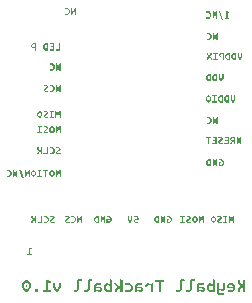
<source format=gbr>
%TF.GenerationSoftware,KiCad,Pcbnew,9.0.5*%
%TF.CreationDate,2025-11-21T21:53:36+01:00*%
%TF.ProjectId,keyballTrackballPCB,6b657962-616c-46c5-9472-61636b62616c,1.0*%
%TF.SameCoordinates,Original*%
%TF.FileFunction,Legend,Bot*%
%TF.FilePolarity,Positive*%
%FSLAX46Y46*%
G04 Gerber Fmt 4.6, Leading zero omitted, Abs format (unit mm)*
G04 Created by KiCad (PCBNEW 9.0.5) date 2025-11-21 21:53:36*
%MOMM*%
%LPD*%
G01*
G04 APERTURE LIST*
%ADD10C,0.100000*%
G04 APERTURE END LIST*
D10*
G36*
X104027433Y-104330000D02*
G01*
X103827948Y-104330000D01*
X103827948Y-104099373D01*
X104032318Y-103804328D01*
X103827948Y-103537065D01*
X103827948Y-103306133D01*
X104013450Y-103306133D01*
X104013450Y-103505497D01*
X104182161Y-103739909D01*
X104307458Y-103739909D01*
X104307458Y-103306133D01*
X104494303Y-103306133D01*
X104494303Y-104330000D01*
X104307458Y-104330000D01*
X104307458Y-103891828D01*
X104197548Y-103891828D01*
X104027433Y-104149870D01*
X104027433Y-104330000D01*
G37*
G36*
X103632370Y-103841209D02*
G01*
X103632370Y-104081238D01*
X103408400Y-104330000D01*
X103010101Y-104330000D01*
X102991905Y-104190048D01*
X103322976Y-104190048D01*
X103462988Y-104047777D01*
X103462988Y-104001737D01*
X103044417Y-104001737D01*
X102961069Y-103920587D01*
X102961069Y-103768058D01*
X103109508Y-103768058D01*
X103109508Y-103843346D01*
X103154998Y-103890484D01*
X103462988Y-103890484D01*
X103462988Y-103884134D01*
X103339096Y-103722323D01*
X103157807Y-103722323D01*
X103109508Y-103768058D01*
X102961069Y-103768058D01*
X102961069Y-103733620D01*
X103094059Y-103591409D01*
X103419574Y-103591409D01*
X103632370Y-103841209D01*
G37*
G36*
X102672435Y-104611367D02*
G01*
X102284638Y-104611367D01*
X102100540Y-104395029D01*
X102100540Y-103591409D01*
X102279021Y-103591409D01*
X102279021Y-104052112D01*
X102502320Y-104096992D01*
X102589148Y-104015659D01*
X102589148Y-103591409D01*
X102769705Y-103591409D01*
X102769705Y-104057058D01*
X102566739Y-104255444D01*
X102279021Y-104167090D01*
X102279021Y-104339586D01*
X102379160Y-104452487D01*
X102700401Y-104452487D01*
X102672435Y-104611367D01*
G37*
G36*
X101898002Y-103290502D02*
G01*
X101898002Y-104330000D01*
X101448595Y-104330000D01*
X101216870Y-104110303D01*
X101216870Y-103822768D01*
X101397487Y-103822768D01*
X101397487Y-104052906D01*
X101527669Y-104185102D01*
X101724406Y-104185102D01*
X101724406Y-103791994D01*
X101489200Y-103744427D01*
X101397487Y-103822768D01*
X101216870Y-103822768D01*
X101216870Y-103776606D01*
X101431803Y-103575778D01*
X101715308Y-103666025D01*
X101715308Y-103259239D01*
X101898002Y-103290502D01*
G37*
G36*
X100969513Y-103732826D02*
G01*
X100600645Y-103732826D01*
X100536959Y-103793215D01*
X100536959Y-103893660D01*
X100888302Y-103893660D01*
X101060554Y-104014071D01*
X101060554Y-104191636D01*
X100872243Y-104345631D01*
X100521510Y-104251231D01*
X100490736Y-104330000D01*
X100358417Y-104330000D01*
X100358417Y-104149809D01*
X100536959Y-104149809D01*
X100805015Y-104212763D01*
X100897400Y-104122515D01*
X100897400Y-104060233D01*
X100818326Y-104005645D01*
X100536959Y-104005645D01*
X100536959Y-104149809D01*
X100358417Y-104149809D01*
X100358417Y-103753892D01*
X100512412Y-103591409D01*
X100951317Y-103591409D01*
X100969513Y-103732826D01*
G37*
G36*
X99792568Y-104330000D02*
G01*
X99497156Y-104330000D01*
X99478288Y-104166235D01*
X99700183Y-104166235D01*
X99798185Y-104053700D01*
X99798185Y-103374766D01*
X99898996Y-103259239D01*
X100196484Y-103259239D01*
X100215352Y-103422393D01*
X99976666Y-103422393D01*
X99976666Y-104113784D01*
X99792568Y-104330000D01*
G37*
G36*
X98925017Y-104330000D02*
G01*
X98629605Y-104330000D01*
X98610737Y-104166235D01*
X98832632Y-104166235D01*
X98930635Y-104053700D01*
X98930635Y-103374766D01*
X99031446Y-103259239D01*
X99328934Y-103259239D01*
X99347801Y-103422393D01*
X99109115Y-103422393D01*
X99109115Y-104113784D01*
X98925017Y-104330000D01*
G37*
G36*
X97336217Y-104330000D02*
G01*
X97152852Y-104330000D01*
X97152852Y-103458053D01*
X96853960Y-103458053D01*
X96867210Y-103306133D01*
X97621127Y-103306133D01*
X97633705Y-103458053D01*
X97336217Y-103458053D01*
X97336217Y-104330000D01*
G37*
G36*
X96198473Y-103916557D02*
G01*
X96017855Y-103890668D01*
X96018588Y-103752854D01*
X96207571Y-103575778D01*
X96514890Y-103686359D01*
X96553358Y-103591409D01*
X96688485Y-103591409D01*
X96688485Y-104330000D01*
X96507868Y-104330000D01*
X96507868Y-103783934D01*
X96269181Y-103736306D01*
X96198473Y-103808419D01*
X96198473Y-103916557D01*
G37*
G36*
X95764209Y-103732826D02*
G01*
X95395341Y-103732826D01*
X95331655Y-103793215D01*
X95331655Y-103893660D01*
X95682998Y-103893660D01*
X95855251Y-104014071D01*
X95855251Y-104191636D01*
X95666939Y-104345631D01*
X95316207Y-104251231D01*
X95285432Y-104330000D01*
X95153114Y-104330000D01*
X95153114Y-104149809D01*
X95331655Y-104149809D01*
X95599712Y-104212763D01*
X95692096Y-104122515D01*
X95692096Y-104060233D01*
X95613023Y-104005645D01*
X95331655Y-104005645D01*
X95331655Y-104149809D01*
X95153114Y-104149809D01*
X95153114Y-103753892D01*
X95307109Y-103591409D01*
X95746013Y-103591409D01*
X95764209Y-103732826D01*
G37*
G36*
X94748953Y-104330000D02*
G01*
X94317070Y-104330000D01*
X94291852Y-104176004D01*
X94677573Y-104176004D01*
X94803602Y-104034588D01*
X94803602Y-103886882D01*
X94677573Y-103745465D01*
X94291852Y-103745465D01*
X94317070Y-103591409D01*
X94748953Y-103591409D01*
X94972984Y-103840659D01*
X94972984Y-104080811D01*
X94748953Y-104330000D01*
G37*
G36*
X93599302Y-104330000D02*
G01*
X93404762Y-104330000D01*
X93404762Y-104181683D01*
X93651142Y-103922114D01*
X93381620Y-103591409D01*
X93573412Y-103591409D01*
X93792498Y-103867465D01*
X93901003Y-103867465D01*
X93901003Y-103259239D01*
X94083025Y-103290502D01*
X94083025Y-104330000D01*
X93901003Y-104330000D01*
X93901003Y-104009553D01*
X93797444Y-104009553D01*
X93599302Y-104213190D01*
X93599302Y-104330000D01*
G37*
G36*
X93222496Y-103290502D02*
G01*
X93222496Y-104330000D01*
X92773089Y-104330000D01*
X92541364Y-104110303D01*
X92541364Y-103822768D01*
X92721981Y-103822768D01*
X92721981Y-104052906D01*
X92852163Y-104185102D01*
X93048900Y-104185102D01*
X93048900Y-103791994D01*
X92813695Y-103744427D01*
X92721981Y-103822768D01*
X92541364Y-103822768D01*
X92541364Y-103776606D01*
X92756297Y-103575778D01*
X93039802Y-103666025D01*
X93039802Y-103259239D01*
X93222496Y-103290502D01*
G37*
G36*
X92294007Y-103732826D02*
G01*
X91925139Y-103732826D01*
X91861453Y-103793215D01*
X91861453Y-103893660D01*
X92212796Y-103893660D01*
X92385048Y-104014071D01*
X92385048Y-104191636D01*
X92196737Y-104345631D01*
X91846004Y-104251231D01*
X91815230Y-104330000D01*
X91682911Y-104330000D01*
X91682911Y-104149809D01*
X91861453Y-104149809D01*
X92129509Y-104212763D01*
X92221894Y-104122515D01*
X92221894Y-104060233D01*
X92142821Y-104005645D01*
X91861453Y-104005645D01*
X91861453Y-104149809D01*
X91682911Y-104149809D01*
X91682911Y-103753892D01*
X91836906Y-103591409D01*
X92275811Y-103591409D01*
X92294007Y-103732826D01*
G37*
G36*
X91117062Y-104330000D02*
G01*
X90821650Y-104330000D01*
X90802782Y-104166235D01*
X91024677Y-104166235D01*
X91122679Y-104053700D01*
X91122679Y-103374766D01*
X91223490Y-103259239D01*
X91520978Y-103259239D01*
X91539846Y-103422393D01*
X91301160Y-103422393D01*
X91301160Y-104113784D01*
X91117062Y-104330000D01*
G37*
G36*
X90249511Y-104330000D02*
G01*
X89954099Y-104330000D01*
X89935232Y-104166235D01*
X90157126Y-104166235D01*
X90255129Y-104053700D01*
X90255129Y-103374766D01*
X90355940Y-103259239D01*
X90653428Y-103259239D01*
X90672295Y-103422393D01*
X90433609Y-103422393D01*
X90433609Y-104113784D01*
X90249511Y-104330000D01*
G37*
G36*
X88641844Y-104330000D02*
G01*
X88458417Y-104330000D01*
X88223211Y-103904345D01*
X88223211Y-103591409D01*
X88401753Y-103591409D01*
X88401753Y-103872838D01*
X88548726Y-104177409D01*
X88695699Y-103872166D01*
X88695699Y-103591409D01*
X88877049Y-103591409D01*
X88877049Y-103904345D01*
X88641844Y-104330000D01*
G37*
G36*
X88008094Y-104330000D02*
G01*
X87340273Y-104330000D01*
X87340273Y-104178142D01*
X87580364Y-104178142D01*
X87580364Y-103306133D01*
X87725994Y-103306133D01*
X87991242Y-103388260D01*
X87991242Y-103550315D01*
X87763790Y-103482233D01*
X87763790Y-104178142D01*
X88008094Y-104178142D01*
X88008094Y-104330000D01*
G37*
G36*
X86945943Y-104330000D02*
G01*
X86689000Y-104330000D01*
X86689000Y-104073117D01*
X86945943Y-104073117D01*
X86945943Y-104330000D01*
G37*
G36*
X86020935Y-103904040D02*
G01*
X85883060Y-103904040D01*
X85883060Y-103729101D01*
X86020935Y-103729101D01*
X86020935Y-103904040D01*
G37*
G36*
X86322636Y-103676528D02*
G01*
X86322636Y-103956247D01*
X86063677Y-104330000D01*
X85841782Y-104330000D01*
X85582091Y-103956247D01*
X85582091Y-103736795D01*
X85763381Y-103736795D01*
X85763381Y-103895675D01*
X85924337Y-104159213D01*
X85980329Y-104159213D01*
X86141346Y-103895675D01*
X86141346Y-103736795D01*
X85978253Y-103476981D01*
X85922932Y-103476981D01*
X85763381Y-103736795D01*
X85582091Y-103736795D01*
X85582091Y-103676528D01*
X85836837Y-103306133D01*
X86063677Y-103306133D01*
X86322636Y-103676528D01*
G37*
G36*
X88834091Y-85598000D02*
G01*
X88731179Y-85598000D01*
X88731179Y-85207125D01*
X88726123Y-85207125D01*
X88521618Y-85598000D01*
X88445158Y-85598000D01*
X88445158Y-84983680D01*
X88548070Y-84983680D01*
X88548070Y-85372905D01*
X88553089Y-85372905D01*
X88754699Y-84983680D01*
X88834091Y-84983680D01*
X88834091Y-85598000D01*
G37*
G36*
X88191341Y-85598000D02*
G01*
X87926716Y-85598000D01*
X87912868Y-85498495D01*
X88133785Y-85498495D01*
X88232484Y-85338027D01*
X88232484Y-85242443D01*
X88133785Y-85083221D01*
X87912868Y-85083221D01*
X87926716Y-84983680D01*
X88191341Y-84983680D01*
X88341257Y-85205770D01*
X88341257Y-85374664D01*
X88191341Y-85598000D01*
G37*
G36*
X102506413Y-93698000D02*
G01*
X102303117Y-93698000D01*
X102223323Y-93612747D01*
X102223323Y-93358856D01*
X102416104Y-93358856D01*
X102416104Y-93442424D01*
X102314474Y-93442424D01*
X102314474Y-93565669D01*
X102348473Y-93598495D01*
X102449296Y-93598495D01*
X102553014Y-93438247D01*
X102553014Y-93342809D01*
X102455158Y-93183221D01*
X102250214Y-93183221D01*
X102261132Y-93083680D01*
X102511871Y-93083680D01*
X102661788Y-93306503D01*
X102661788Y-93474407D01*
X102506413Y-93698000D01*
G37*
G36*
X102113560Y-93698000D02*
G01*
X102010648Y-93698000D01*
X102010648Y-93307125D01*
X102005593Y-93307125D01*
X101801088Y-93698000D01*
X101724628Y-93698000D01*
X101724628Y-93083680D01*
X101827540Y-93083680D01*
X101827540Y-93472905D01*
X101832559Y-93472905D01*
X102034169Y-93083680D01*
X102113560Y-93083680D01*
X102113560Y-93698000D01*
G37*
G36*
X101593030Y-93698000D02*
G01*
X101326317Y-93698000D01*
X101176400Y-93471293D01*
X101176400Y-93339072D01*
X101285174Y-93339072D01*
X101285174Y-93435060D01*
X101383030Y-93598495D01*
X101483414Y-93598495D01*
X101483414Y-93183221D01*
X101383030Y-93183221D01*
X101285174Y-93339072D01*
X101176400Y-93339072D01*
X101176400Y-93302839D01*
X101326317Y-93083680D01*
X101593030Y-93083680D01*
X101593030Y-93698000D01*
G37*
G36*
X102134091Y-90098000D02*
G01*
X102031179Y-90098000D01*
X102031179Y-89707125D01*
X102026123Y-89707125D01*
X101821618Y-90098000D01*
X101745158Y-90098000D01*
X101745158Y-89483680D01*
X101848070Y-89483680D01*
X101848070Y-89872905D01*
X101853089Y-89872905D01*
X102054699Y-89483680D01*
X102134091Y-89483680D01*
X102134091Y-90098000D01*
G37*
G36*
X101491341Y-90098000D02*
G01*
X101226716Y-90098000D01*
X101212868Y-89998495D01*
X101433785Y-89998495D01*
X101532484Y-89838027D01*
X101532484Y-89742443D01*
X101433785Y-89583221D01*
X101212868Y-89583221D01*
X101226716Y-89483680D01*
X101491341Y-89483680D01*
X101641257Y-89705770D01*
X101641257Y-89874664D01*
X101491341Y-90098000D01*
G37*
G36*
X90134091Y-80898000D02*
G01*
X90031179Y-80898000D01*
X90031179Y-80507125D01*
X90026123Y-80507125D01*
X89821618Y-80898000D01*
X89745158Y-80898000D01*
X89745158Y-80283680D01*
X89848070Y-80283680D01*
X89848070Y-80672905D01*
X89853089Y-80672905D01*
X90054699Y-80283680D01*
X90134091Y-80283680D01*
X90134091Y-80898000D01*
G37*
G36*
X89491341Y-80898000D02*
G01*
X89226716Y-80898000D01*
X89212868Y-80798495D01*
X89433785Y-80798495D01*
X89532484Y-80638027D01*
X89532484Y-80542443D01*
X89433785Y-80383221D01*
X89212868Y-80383221D01*
X89226716Y-80283680D01*
X89491341Y-80283680D01*
X89641257Y-80505770D01*
X89641257Y-80674664D01*
X89491341Y-80898000D01*
G37*
G36*
X98106413Y-98498000D02*
G01*
X97903117Y-98498000D01*
X97823323Y-98412747D01*
X97823323Y-98158856D01*
X98016104Y-98158856D01*
X98016104Y-98242424D01*
X97914474Y-98242424D01*
X97914474Y-98365669D01*
X97948473Y-98398495D01*
X98049296Y-98398495D01*
X98153014Y-98238247D01*
X98153014Y-98142809D01*
X98055158Y-97983221D01*
X97850214Y-97983221D01*
X97861132Y-97883680D01*
X98111871Y-97883680D01*
X98261788Y-98106503D01*
X98261788Y-98274407D01*
X98106413Y-98498000D01*
G37*
G36*
X97713560Y-98498000D02*
G01*
X97610648Y-98498000D01*
X97610648Y-98107125D01*
X97605593Y-98107125D01*
X97401088Y-98498000D01*
X97324628Y-98498000D01*
X97324628Y-97883680D01*
X97427540Y-97883680D01*
X97427540Y-98272905D01*
X97432559Y-98272905D01*
X97634169Y-97883680D01*
X97713560Y-97883680D01*
X97713560Y-98498000D01*
G37*
G36*
X97193030Y-98498000D02*
G01*
X96926317Y-98498000D01*
X96776400Y-98271293D01*
X96776400Y-98139072D01*
X96885174Y-98139072D01*
X96885174Y-98235060D01*
X96983030Y-98398495D01*
X97083414Y-98398495D01*
X97083414Y-97983221D01*
X96983030Y-97983221D01*
X96885174Y-98139072D01*
X96776400Y-98139072D01*
X96776400Y-98102839D01*
X96926317Y-97883680D01*
X97193030Y-97883680D01*
X97193030Y-98498000D01*
G37*
G36*
X88834091Y-87398000D02*
G01*
X88731179Y-87398000D01*
X88731179Y-87007125D01*
X88726123Y-87007125D01*
X88521618Y-87398000D01*
X88445158Y-87398000D01*
X88445158Y-86783680D01*
X88548070Y-86783680D01*
X88548070Y-87172905D01*
X88553089Y-87172905D01*
X88754699Y-86783680D01*
X88834091Y-86783680D01*
X88834091Y-87398000D01*
G37*
G36*
X88191341Y-87398000D02*
G01*
X87926716Y-87398000D01*
X87912868Y-87298495D01*
X88133785Y-87298495D01*
X88232484Y-87138027D01*
X88232484Y-87042443D01*
X88133785Y-86883221D01*
X87912868Y-86883221D01*
X87926716Y-86783680D01*
X88191341Y-86783680D01*
X88341257Y-87005770D01*
X88341257Y-87174664D01*
X88191341Y-87398000D01*
G37*
G36*
X87791345Y-87398000D02*
G01*
X87505727Y-87398000D01*
X87398639Y-87270248D01*
X87398639Y-87180123D01*
X87677955Y-86967448D01*
X87677955Y-86937993D01*
X87635530Y-86881572D01*
X87405783Y-86881572D01*
X87416700Y-86783680D01*
X87691364Y-86783680D01*
X87798489Y-86911431D01*
X87798489Y-87001557D01*
X87519173Y-87214231D01*
X87519173Y-87243724D01*
X87561598Y-87300144D01*
X87802665Y-87300144D01*
X87791345Y-87398000D01*
G37*
G36*
X103506816Y-88298000D02*
G01*
X103372433Y-88298000D01*
X103243913Y-87995896D01*
X103243913Y-87683680D01*
X103353089Y-87683680D01*
X103353089Y-87960138D01*
X103439624Y-88197469D01*
X103526123Y-87959699D01*
X103526123Y-87683680D01*
X103635336Y-87683680D01*
X103635336Y-87995896D01*
X103506816Y-88298000D01*
G37*
G36*
X103113560Y-88298000D02*
G01*
X102846847Y-88298000D01*
X102696931Y-88071293D01*
X102696931Y-87939072D01*
X102805704Y-87939072D01*
X102805704Y-88035060D01*
X102903560Y-88198495D01*
X103003944Y-88198495D01*
X103003944Y-87783221D01*
X102903560Y-87783221D01*
X102805704Y-87939072D01*
X102696931Y-87939072D01*
X102696931Y-87902839D01*
X102846847Y-87683680D01*
X103113560Y-87683680D01*
X103113560Y-88298000D01*
G37*
G36*
X102593030Y-88298000D02*
G01*
X102326317Y-88298000D01*
X102176400Y-88071293D01*
X102176400Y-87939072D01*
X102285174Y-87939072D01*
X102285174Y-88035060D01*
X102383030Y-88198495D01*
X102483414Y-88198495D01*
X102483414Y-87783221D01*
X102383030Y-87783221D01*
X102285174Y-87939072D01*
X102176400Y-87939072D01*
X102176400Y-87902839D01*
X102326317Y-87683680D01*
X102593030Y-87683680D01*
X102593030Y-88298000D01*
G37*
G36*
X102068286Y-88298000D02*
G01*
X101687780Y-88298000D01*
X101679354Y-88206885D01*
X101824288Y-88206885D01*
X101824288Y-87774831D01*
X101679354Y-87774831D01*
X101687780Y-87683680D01*
X102068286Y-87683680D01*
X102076676Y-87774831D01*
X101934307Y-87774831D01*
X101934307Y-88206885D01*
X102076676Y-88206885D01*
X102068286Y-88298000D01*
G37*
G36*
X101579666Y-87906210D02*
G01*
X101579666Y-88074261D01*
X101424291Y-88298000D01*
X101291154Y-88298000D01*
X101135340Y-88074261D01*
X101135340Y-87942443D01*
X101244113Y-87942443D01*
X101244113Y-88038027D01*
X101340687Y-88195527D01*
X101374282Y-88195527D01*
X101470893Y-88038027D01*
X101470893Y-87942443D01*
X101373037Y-87786189D01*
X101339844Y-87786189D01*
X101244113Y-87942443D01*
X101135340Y-87942443D01*
X101135340Y-87906210D01*
X101288187Y-87683680D01*
X101424291Y-87683680D01*
X101579666Y-87906210D01*
G37*
G36*
X102506816Y-86498000D02*
G01*
X102372433Y-86498000D01*
X102243913Y-86195896D01*
X102243913Y-85883680D01*
X102353089Y-85883680D01*
X102353089Y-86160138D01*
X102439624Y-86397469D01*
X102526123Y-86159699D01*
X102526123Y-85883680D01*
X102635336Y-85883680D01*
X102635336Y-86195896D01*
X102506816Y-86498000D01*
G37*
G36*
X102113560Y-86498000D02*
G01*
X101846847Y-86498000D01*
X101696931Y-86271293D01*
X101696931Y-86139072D01*
X101805704Y-86139072D01*
X101805704Y-86235060D01*
X101903560Y-86398495D01*
X102003944Y-86398495D01*
X102003944Y-85983221D01*
X101903560Y-85983221D01*
X101805704Y-86139072D01*
X101696931Y-86139072D01*
X101696931Y-86102839D01*
X101846847Y-85883680D01*
X102113560Y-85883680D01*
X102113560Y-86498000D01*
G37*
G36*
X101593030Y-86498000D02*
G01*
X101326317Y-86498000D01*
X101176400Y-86271293D01*
X101176400Y-86139072D01*
X101285174Y-86139072D01*
X101285174Y-86235060D01*
X101383030Y-86398495D01*
X101483414Y-86398495D01*
X101483414Y-85983221D01*
X101383030Y-85983221D01*
X101285174Y-86139072D01*
X101176400Y-86139072D01*
X101176400Y-86102839D01*
X101326317Y-85883680D01*
X101593030Y-85883680D01*
X101593030Y-86498000D01*
G37*
G36*
X88832405Y-92698000D02*
G01*
X88546788Y-92698000D01*
X88439699Y-92570248D01*
X88439699Y-92480123D01*
X88719016Y-92267448D01*
X88719016Y-92237993D01*
X88676591Y-92181572D01*
X88446844Y-92181572D01*
X88457761Y-92083680D01*
X88732424Y-92083680D01*
X88839549Y-92211431D01*
X88839549Y-92301557D01*
X88560233Y-92514231D01*
X88560233Y-92543724D01*
X88602658Y-92600144D01*
X88843726Y-92600144D01*
X88832405Y-92698000D01*
G37*
G36*
X88191341Y-92698000D02*
G01*
X87926716Y-92698000D01*
X87912868Y-92598495D01*
X88133785Y-92598495D01*
X88232484Y-92438027D01*
X88232484Y-92342443D01*
X88133785Y-92183221D01*
X87912868Y-92183221D01*
X87926716Y-92083680D01*
X88191341Y-92083680D01*
X88341257Y-92305770D01*
X88341257Y-92474664D01*
X88191341Y-92698000D01*
G37*
G36*
X87781673Y-92698000D02*
G01*
X87402412Y-92698000D01*
X87391092Y-92606885D01*
X87671653Y-92606885D01*
X87671653Y-92083680D01*
X87781673Y-92083680D01*
X87781673Y-92698000D01*
G37*
G36*
X86994869Y-92698000D02*
G01*
X86875177Y-92698000D01*
X86875177Y-92559624D01*
X86997800Y-92382596D01*
X86875177Y-92222239D01*
X86875177Y-92083680D01*
X86986479Y-92083680D01*
X86986479Y-92203298D01*
X87087705Y-92343945D01*
X87162883Y-92343945D01*
X87162883Y-92083680D01*
X87274991Y-92083680D01*
X87274991Y-92698000D01*
X87162883Y-92698000D01*
X87162883Y-92435096D01*
X87096938Y-92435096D01*
X86994869Y-92589922D01*
X86994869Y-92698000D01*
G37*
G36*
X88822733Y-83898000D02*
G01*
X88443473Y-83898000D01*
X88432152Y-83806885D01*
X88712714Y-83806885D01*
X88712714Y-83283680D01*
X88822733Y-83283680D01*
X88822733Y-83898000D01*
G37*
G36*
X88309347Y-83898000D02*
G01*
X87933860Y-83898000D01*
X87922943Y-83806885D01*
X88199731Y-83806885D01*
X88199731Y-83632825D01*
X87988888Y-83632825D01*
X87988888Y-83546290D01*
X88199731Y-83546290D01*
X88199731Y-83374831D01*
X87936828Y-83374831D01*
X87948148Y-83283680D01*
X88309347Y-83283680D01*
X88309347Y-83898000D01*
G37*
G36*
X87793030Y-83898000D02*
G01*
X87526317Y-83898000D01*
X87376400Y-83671293D01*
X87376400Y-83539072D01*
X87485174Y-83539072D01*
X87485174Y-83635060D01*
X87583030Y-83798495D01*
X87683414Y-83798495D01*
X87683414Y-83383221D01*
X87583030Y-83383221D01*
X87485174Y-83539072D01*
X87376400Y-83539072D01*
X87376400Y-83502839D01*
X87526317Y-83283680D01*
X87793030Y-83283680D01*
X87793030Y-83898000D01*
G37*
G36*
X87300636Y-84048758D02*
G01*
X86855430Y-84048758D01*
X86855430Y-83994133D01*
X87300636Y-83994133D01*
X87300636Y-84048758D01*
G37*
G36*
X86751969Y-83898000D02*
G01*
X86639825Y-83898000D01*
X86639825Y-83684043D01*
X86474778Y-83684043D01*
X86338271Y-83547206D01*
X86338271Y-83447921D01*
X86447044Y-83447921D01*
X86447044Y-83510020D01*
X86525153Y-83602563D01*
X86639825Y-83602563D01*
X86639825Y-83381975D01*
X86523907Y-83381975D01*
X86447044Y-83447921D01*
X86338271Y-83447921D01*
X86338271Y-83410295D01*
X86476427Y-83283680D01*
X86751969Y-83283680D01*
X86751969Y-83898000D01*
G37*
G36*
X103134933Y-81198000D02*
G01*
X102734241Y-81198000D01*
X102734241Y-81106885D01*
X102878295Y-81106885D01*
X102878295Y-80583680D01*
X102965673Y-80583680D01*
X103124822Y-80632956D01*
X103124822Y-80730189D01*
X102988351Y-80689339D01*
X102988351Y-81106885D01*
X103134933Y-81106885D01*
X103134933Y-81198000D01*
G37*
G36*
X102505190Y-81280908D02*
G01*
X102237231Y-80583680D01*
X102351060Y-80583680D01*
X102619422Y-81280908D01*
X102505190Y-81280908D01*
G37*
G36*
X102093030Y-81198000D02*
G01*
X101990118Y-81198000D01*
X101990118Y-80807125D01*
X101985062Y-80807125D01*
X101780558Y-81198000D01*
X101704098Y-81198000D01*
X101704098Y-80583680D01*
X101807009Y-80583680D01*
X101807009Y-80972905D01*
X101812028Y-80972905D01*
X102013639Y-80583680D01*
X102093030Y-80583680D01*
X102093030Y-81198000D01*
G37*
G36*
X101450280Y-81198000D02*
G01*
X101185655Y-81198000D01*
X101171807Y-81098495D01*
X101392725Y-81098495D01*
X101491423Y-80938027D01*
X101491423Y-80842443D01*
X101392725Y-80683221D01*
X101171807Y-80683221D01*
X101185655Y-80583680D01*
X101450280Y-80583680D01*
X101600197Y-80805770D01*
X101600197Y-80974664D01*
X101450280Y-81198000D01*
G37*
G36*
X90634091Y-98498000D02*
G01*
X90531179Y-98498000D01*
X90531179Y-98107125D01*
X90526123Y-98107125D01*
X90321618Y-98498000D01*
X90245158Y-98498000D01*
X90245158Y-97883680D01*
X90348070Y-97883680D01*
X90348070Y-98272905D01*
X90353089Y-98272905D01*
X90554699Y-97883680D01*
X90634091Y-97883680D01*
X90634091Y-98498000D01*
G37*
G36*
X89991341Y-98498000D02*
G01*
X89726716Y-98498000D01*
X89712868Y-98398495D01*
X89933785Y-98398495D01*
X90032484Y-98238027D01*
X90032484Y-98142443D01*
X89933785Y-97983221D01*
X89712868Y-97983221D01*
X89726716Y-97883680D01*
X89991341Y-97883680D01*
X90141257Y-98105770D01*
X90141257Y-98274664D01*
X89991341Y-98498000D01*
G37*
G36*
X89591345Y-98498000D02*
G01*
X89305727Y-98498000D01*
X89198639Y-98370248D01*
X89198639Y-98280123D01*
X89477955Y-98067448D01*
X89477955Y-98037993D01*
X89435530Y-97981572D01*
X89205783Y-97981572D01*
X89216700Y-97883680D01*
X89491364Y-97883680D01*
X89598489Y-98011431D01*
X89598489Y-98101557D01*
X89319173Y-98314231D01*
X89319173Y-98343724D01*
X89361598Y-98400144D01*
X89602665Y-98400144D01*
X89591345Y-98498000D01*
G37*
G36*
X100948782Y-98498000D02*
G01*
X100861404Y-98498000D01*
X100861404Y-98081040D01*
X100855945Y-98081040D01*
X100759774Y-98334345D01*
X100725336Y-98334345D01*
X100626235Y-98081040D01*
X100619494Y-98081040D01*
X100619494Y-98498000D01*
X100530467Y-98498000D01*
X100530467Y-97883680D01*
X100624549Y-97883680D01*
X100735851Y-98152555D01*
X100741713Y-98152555D01*
X100841693Y-97883680D01*
X100948782Y-97883680D01*
X100948782Y-98498000D01*
G37*
G36*
X100441257Y-98106210D02*
G01*
X100441257Y-98274261D01*
X100285882Y-98498000D01*
X100152745Y-98498000D01*
X99996931Y-98274261D01*
X99996931Y-98142443D01*
X100105704Y-98142443D01*
X100105704Y-98238027D01*
X100202278Y-98395527D01*
X100235874Y-98395527D01*
X100332484Y-98238027D01*
X100332484Y-98142443D01*
X100234628Y-97986189D01*
X100201435Y-97986189D01*
X100105704Y-98142443D01*
X99996931Y-98142443D01*
X99996931Y-98106210D01*
X100149778Y-97883680D01*
X100285882Y-97883680D01*
X100441257Y-98106210D01*
G37*
G36*
X99891345Y-98498000D02*
G01*
X99605727Y-98498000D01*
X99498639Y-98370248D01*
X99498639Y-98280123D01*
X99777955Y-98067448D01*
X99777955Y-98037993D01*
X99735530Y-97981572D01*
X99505783Y-97981572D01*
X99516700Y-97883680D01*
X99791364Y-97883680D01*
X99898489Y-98011431D01*
X99898489Y-98101557D01*
X99619173Y-98314231D01*
X99619173Y-98343724D01*
X99661598Y-98400144D01*
X99902665Y-98400144D01*
X99891345Y-98498000D01*
G37*
G36*
X99368286Y-98498000D02*
G01*
X98987780Y-98498000D01*
X98979354Y-98406885D01*
X99124288Y-98406885D01*
X99124288Y-97974831D01*
X98979354Y-97974831D01*
X98987780Y-97883680D01*
X99368286Y-97883680D01*
X99376676Y-97974831D01*
X99234307Y-97974831D01*
X99234307Y-98406885D01*
X99376676Y-98406885D01*
X99368286Y-98498000D01*
G37*
G36*
X95418557Y-98498000D02*
G01*
X95182911Y-98498000D01*
X95036329Y-98364277D01*
X95036329Y-98224985D01*
X95148473Y-98122000D01*
X95337480Y-98122000D01*
X95329933Y-97974831D01*
X95064063Y-97974831D01*
X95072452Y-97883680D01*
X95421488Y-97883680D01*
X95437021Y-98207253D01*
X95205186Y-98207253D01*
X95144296Y-98264259D01*
X95144296Y-98321668D01*
X95229952Y-98398495D01*
X95429474Y-98398495D01*
X95418557Y-98498000D01*
G37*
G36*
X94786285Y-98498000D02*
G01*
X94651903Y-98498000D01*
X94523382Y-98195896D01*
X94523382Y-97883680D01*
X94632559Y-97883680D01*
X94632559Y-98160138D01*
X94719094Y-98397469D01*
X94805593Y-98159699D01*
X94805593Y-97883680D01*
X94914806Y-97883680D01*
X94914806Y-98195896D01*
X94786285Y-98498000D01*
G37*
G36*
X104106816Y-84698000D02*
G01*
X103972433Y-84698000D01*
X103843913Y-84395896D01*
X103843913Y-84083680D01*
X103953089Y-84083680D01*
X103953089Y-84360138D01*
X104039624Y-84597469D01*
X104126123Y-84359699D01*
X104126123Y-84083680D01*
X104235336Y-84083680D01*
X104235336Y-84395896D01*
X104106816Y-84698000D01*
G37*
G36*
X103713560Y-84698000D02*
G01*
X103446847Y-84698000D01*
X103296931Y-84471293D01*
X103296931Y-84339072D01*
X103405704Y-84339072D01*
X103405704Y-84435060D01*
X103503560Y-84598495D01*
X103603944Y-84598495D01*
X103603944Y-84183221D01*
X103503560Y-84183221D01*
X103405704Y-84339072D01*
X103296931Y-84339072D01*
X103296931Y-84302839D01*
X103446847Y-84083680D01*
X103713560Y-84083680D01*
X103713560Y-84698000D01*
G37*
G36*
X103193030Y-84698000D02*
G01*
X102926317Y-84698000D01*
X102776400Y-84471293D01*
X102776400Y-84339072D01*
X102885174Y-84339072D01*
X102885174Y-84435060D01*
X102983030Y-84598495D01*
X103083414Y-84598495D01*
X103083414Y-84183221D01*
X102983030Y-84183221D01*
X102885174Y-84339072D01*
X102776400Y-84339072D01*
X102776400Y-84302839D01*
X102926317Y-84083680D01*
X103193030Y-84083680D01*
X103193030Y-84698000D01*
G37*
G36*
X102672500Y-84698000D02*
G01*
X102560355Y-84698000D01*
X102560355Y-84484043D01*
X102395308Y-84484043D01*
X102258801Y-84347206D01*
X102258801Y-84247921D01*
X102367575Y-84247921D01*
X102367575Y-84310020D01*
X102445683Y-84402563D01*
X102560355Y-84402563D01*
X102560355Y-84181975D01*
X102444438Y-84181975D01*
X102367575Y-84247921D01*
X102258801Y-84247921D01*
X102258801Y-84210295D01*
X102396957Y-84083680D01*
X102672500Y-84083680D01*
X102672500Y-84698000D01*
G37*
G36*
X102147756Y-84698000D02*
G01*
X101767250Y-84698000D01*
X101758824Y-84606885D01*
X101903757Y-84606885D01*
X101903757Y-84174831D01*
X101758824Y-84174831D01*
X101767250Y-84083680D01*
X102147756Y-84083680D01*
X102156146Y-84174831D01*
X102013777Y-84174831D01*
X102013777Y-84606885D01*
X102156146Y-84606885D01*
X102147756Y-84698000D01*
G37*
G36*
X101345418Y-84698000D02*
G01*
X101234117Y-84698000D01*
X101234117Y-84562115D01*
X101362198Y-84399669D01*
X101234117Y-84216633D01*
X101234117Y-84083680D01*
X101336186Y-84083680D01*
X101336186Y-84190145D01*
X101422684Y-84322696D01*
X101528527Y-84188460D01*
X101528527Y-84083680D01*
X101639829Y-84083680D01*
X101639829Y-84219601D01*
X101511711Y-84382010D01*
X101639829Y-84565046D01*
X101639829Y-84698000D01*
X101537759Y-84698000D01*
X101537759Y-84592413D01*
X101450821Y-84459020D01*
X101345418Y-84592413D01*
X101345418Y-84698000D01*
G37*
G36*
X88848782Y-89598000D02*
G01*
X88761404Y-89598000D01*
X88761404Y-89164627D01*
X88755945Y-89164627D01*
X88638782Y-89434345D01*
X88606871Y-89434345D01*
X88486741Y-89164627D01*
X88480036Y-89164627D01*
X88480036Y-89598000D01*
X88390973Y-89598000D01*
X88390973Y-88983680D01*
X88487986Y-88983680D01*
X88616104Y-89252152D01*
X88621966Y-89252152D01*
X88740008Y-88983680D01*
X88848782Y-88983680D01*
X88848782Y-89598000D01*
G37*
G36*
X88258093Y-89598000D02*
G01*
X87928841Y-89598000D01*
X87920415Y-89506885D01*
X88039703Y-89506885D01*
X88039703Y-89074831D01*
X87920415Y-89074831D01*
X87928841Y-88983680D01*
X88258093Y-88983680D01*
X88266519Y-89074831D01*
X88149759Y-89074831D01*
X88149759Y-89506885D01*
X88266519Y-89506885D01*
X88258093Y-89598000D01*
G37*
G36*
X87791345Y-89598000D02*
G01*
X87505727Y-89598000D01*
X87398639Y-89470248D01*
X87398639Y-89380123D01*
X87677955Y-89167448D01*
X87677955Y-89137993D01*
X87635530Y-89081572D01*
X87405783Y-89081572D01*
X87416700Y-88983680D01*
X87691364Y-88983680D01*
X87798489Y-89111431D01*
X87798489Y-89201557D01*
X87519173Y-89414231D01*
X87519173Y-89443724D01*
X87561598Y-89500144D01*
X87802665Y-89500144D01*
X87791345Y-89598000D01*
G37*
G36*
X87300197Y-89206210D02*
G01*
X87300197Y-89374261D01*
X87144822Y-89598000D01*
X87011685Y-89598000D01*
X86855870Y-89374261D01*
X86855870Y-89242443D01*
X86964644Y-89242443D01*
X86964644Y-89338027D01*
X87061217Y-89495527D01*
X87094813Y-89495527D01*
X87191423Y-89338027D01*
X87191423Y-89242443D01*
X87093567Y-89086189D01*
X87060375Y-89086189D01*
X86964644Y-89242443D01*
X86855870Y-89242443D01*
X86855870Y-89206210D01*
X87008717Y-88983680D01*
X87144822Y-88983680D01*
X87300197Y-89206210D01*
G37*
G36*
X93006413Y-98498000D02*
G01*
X92803117Y-98498000D01*
X92723323Y-98412747D01*
X92723323Y-98158856D01*
X92916104Y-98158856D01*
X92916104Y-98242424D01*
X92814474Y-98242424D01*
X92814474Y-98365669D01*
X92848473Y-98398495D01*
X92949296Y-98398495D01*
X93053014Y-98238247D01*
X93053014Y-98142809D01*
X92955158Y-97983221D01*
X92750214Y-97983221D01*
X92761132Y-97883680D01*
X93011871Y-97883680D01*
X93161788Y-98106503D01*
X93161788Y-98274407D01*
X93006413Y-98498000D01*
G37*
G36*
X92613560Y-98498000D02*
G01*
X92510648Y-98498000D01*
X92510648Y-98107125D01*
X92505593Y-98107125D01*
X92301088Y-98498000D01*
X92224628Y-98498000D01*
X92224628Y-97883680D01*
X92327540Y-97883680D01*
X92327540Y-98272905D01*
X92332559Y-98272905D01*
X92534169Y-97883680D01*
X92613560Y-97883680D01*
X92613560Y-98498000D01*
G37*
G36*
X92093030Y-98498000D02*
G01*
X91826317Y-98498000D01*
X91676400Y-98271293D01*
X91676400Y-98139072D01*
X91785174Y-98139072D01*
X91785174Y-98235060D01*
X91883030Y-98398495D01*
X91983414Y-98398495D01*
X91983414Y-97983221D01*
X91883030Y-97983221D01*
X91785174Y-98139072D01*
X91676400Y-98139072D01*
X91676400Y-98102839D01*
X91826317Y-97883680D01*
X92093030Y-97883680D01*
X92093030Y-98498000D01*
G37*
G36*
X102134091Y-82998000D02*
G01*
X102031179Y-82998000D01*
X102031179Y-82607125D01*
X102026123Y-82607125D01*
X101821618Y-82998000D01*
X101745158Y-82998000D01*
X101745158Y-82383680D01*
X101848070Y-82383680D01*
X101848070Y-82772905D01*
X101853089Y-82772905D01*
X102054699Y-82383680D01*
X102134091Y-82383680D01*
X102134091Y-82998000D01*
G37*
G36*
X101491341Y-82998000D02*
G01*
X101226716Y-82998000D01*
X101212868Y-82898495D01*
X101433785Y-82898495D01*
X101532484Y-82738027D01*
X101532484Y-82642443D01*
X101433785Y-82483221D01*
X101212868Y-82483221D01*
X101226716Y-82383680D01*
X101491341Y-82383680D01*
X101641257Y-82605770D01*
X101641257Y-82774664D01*
X101491341Y-82998000D01*
G37*
G36*
X86434933Y-101198000D02*
G01*
X86034241Y-101198000D01*
X86034241Y-101106885D01*
X86178295Y-101106885D01*
X86178295Y-100583680D01*
X86265673Y-100583680D01*
X86424822Y-100632956D01*
X86424822Y-100730189D01*
X86288351Y-100689339D01*
X86288351Y-101106885D01*
X86434933Y-101106885D01*
X86434933Y-101198000D01*
G37*
G36*
X88848782Y-90898000D02*
G01*
X88761404Y-90898000D01*
X88761404Y-90481040D01*
X88755945Y-90481040D01*
X88659774Y-90734345D01*
X88625336Y-90734345D01*
X88526235Y-90481040D01*
X88519494Y-90481040D01*
X88519494Y-90898000D01*
X88430467Y-90898000D01*
X88430467Y-90283680D01*
X88524549Y-90283680D01*
X88635851Y-90552555D01*
X88641713Y-90552555D01*
X88741693Y-90283680D01*
X88848782Y-90283680D01*
X88848782Y-90898000D01*
G37*
G36*
X88341257Y-90506210D02*
G01*
X88341257Y-90674261D01*
X88185882Y-90898000D01*
X88052745Y-90898000D01*
X87896931Y-90674261D01*
X87896931Y-90542443D01*
X88005704Y-90542443D01*
X88005704Y-90638027D01*
X88102278Y-90795527D01*
X88135874Y-90795527D01*
X88232484Y-90638027D01*
X88232484Y-90542443D01*
X88134628Y-90386189D01*
X88101435Y-90386189D01*
X88005704Y-90542443D01*
X87896931Y-90542443D01*
X87896931Y-90506210D01*
X88049778Y-90283680D01*
X88185882Y-90283680D01*
X88341257Y-90506210D01*
G37*
G36*
X87791345Y-90898000D02*
G01*
X87505727Y-90898000D01*
X87398639Y-90770248D01*
X87398639Y-90680123D01*
X87677955Y-90467448D01*
X87677955Y-90437993D01*
X87635530Y-90381572D01*
X87405783Y-90381572D01*
X87416700Y-90283680D01*
X87691364Y-90283680D01*
X87798489Y-90411431D01*
X87798489Y-90501557D01*
X87519173Y-90714231D01*
X87519173Y-90743724D01*
X87561598Y-90800144D01*
X87802665Y-90800144D01*
X87791345Y-90898000D01*
G37*
G36*
X87268286Y-90898000D02*
G01*
X86887780Y-90898000D01*
X86879354Y-90806885D01*
X87024288Y-90806885D01*
X87024288Y-90374831D01*
X86879354Y-90374831D01*
X86887780Y-90283680D01*
X87268286Y-90283680D01*
X87276676Y-90374831D01*
X87134307Y-90374831D01*
X87134307Y-90806885D01*
X87276676Y-90806885D01*
X87268286Y-90898000D01*
G37*
G36*
X88332405Y-98498000D02*
G01*
X88046788Y-98498000D01*
X87939699Y-98370248D01*
X87939699Y-98280123D01*
X88219016Y-98067448D01*
X88219016Y-98037993D01*
X88176591Y-97981572D01*
X87946844Y-97981572D01*
X87957761Y-97883680D01*
X88232424Y-97883680D01*
X88339549Y-98011431D01*
X88339549Y-98101557D01*
X88060233Y-98314231D01*
X88060233Y-98343724D01*
X88102658Y-98400144D01*
X88343726Y-98400144D01*
X88332405Y-98498000D01*
G37*
G36*
X87691341Y-98498000D02*
G01*
X87426716Y-98498000D01*
X87412868Y-98398495D01*
X87633785Y-98398495D01*
X87732484Y-98238027D01*
X87732484Y-98142443D01*
X87633785Y-97983221D01*
X87412868Y-97983221D01*
X87426716Y-97883680D01*
X87691341Y-97883680D01*
X87841257Y-98105770D01*
X87841257Y-98274664D01*
X87691341Y-98498000D01*
G37*
G36*
X87281673Y-98498000D02*
G01*
X86902412Y-98498000D01*
X86891092Y-98406885D01*
X87171653Y-98406885D01*
X87171653Y-97883680D01*
X87281673Y-97883680D01*
X87281673Y-98498000D01*
G37*
G36*
X86494869Y-98498000D02*
G01*
X86375177Y-98498000D01*
X86375177Y-98359624D01*
X86497800Y-98182596D01*
X86375177Y-98022239D01*
X86375177Y-97883680D01*
X86486479Y-97883680D01*
X86486479Y-98003298D01*
X86587705Y-98143945D01*
X86662883Y-98143945D01*
X86662883Y-97883680D01*
X86774991Y-97883680D01*
X86774991Y-98498000D01*
X86662883Y-98498000D01*
X86662883Y-98235096D01*
X86596938Y-98235096D01*
X86494869Y-98389922D01*
X86494869Y-98498000D01*
G37*
G36*
X103548782Y-98498000D02*
G01*
X103461404Y-98498000D01*
X103461404Y-98064627D01*
X103455945Y-98064627D01*
X103338782Y-98334345D01*
X103306871Y-98334345D01*
X103186741Y-98064627D01*
X103180036Y-98064627D01*
X103180036Y-98498000D01*
X103090973Y-98498000D01*
X103090973Y-97883680D01*
X103187986Y-97883680D01*
X103316104Y-98152152D01*
X103321966Y-98152152D01*
X103440008Y-97883680D01*
X103548782Y-97883680D01*
X103548782Y-98498000D01*
G37*
G36*
X102958093Y-98498000D02*
G01*
X102628841Y-98498000D01*
X102620415Y-98406885D01*
X102739703Y-98406885D01*
X102739703Y-97974831D01*
X102620415Y-97974831D01*
X102628841Y-97883680D01*
X102958093Y-97883680D01*
X102966519Y-97974831D01*
X102849759Y-97974831D01*
X102849759Y-98406885D01*
X102966519Y-98406885D01*
X102958093Y-98498000D01*
G37*
G36*
X102491345Y-98498000D02*
G01*
X102205727Y-98498000D01*
X102098639Y-98370248D01*
X102098639Y-98280123D01*
X102377955Y-98067448D01*
X102377955Y-98037993D01*
X102335530Y-97981572D01*
X102105783Y-97981572D01*
X102116700Y-97883680D01*
X102391364Y-97883680D01*
X102498489Y-98011431D01*
X102498489Y-98101557D01*
X102219173Y-98314231D01*
X102219173Y-98343724D01*
X102261598Y-98400144D01*
X102502665Y-98400144D01*
X102491345Y-98498000D01*
G37*
G36*
X102000197Y-98106210D02*
G01*
X102000197Y-98274261D01*
X101844822Y-98498000D01*
X101711685Y-98498000D01*
X101555870Y-98274261D01*
X101555870Y-98142443D01*
X101664644Y-98142443D01*
X101664644Y-98238027D01*
X101761217Y-98395527D01*
X101794813Y-98395527D01*
X101891423Y-98238027D01*
X101891423Y-98142443D01*
X101793567Y-97986189D01*
X101760375Y-97986189D01*
X101664644Y-98142443D01*
X101555870Y-98142443D01*
X101555870Y-98106210D01*
X101708717Y-97883680D01*
X101844822Y-97883680D01*
X102000197Y-98106210D01*
G37*
G36*
X88848782Y-94598000D02*
G01*
X88761404Y-94598000D01*
X88761404Y-94181040D01*
X88755945Y-94181040D01*
X88659774Y-94434345D01*
X88625336Y-94434345D01*
X88526235Y-94181040D01*
X88519494Y-94181040D01*
X88519494Y-94598000D01*
X88430467Y-94598000D01*
X88430467Y-93983680D01*
X88524549Y-93983680D01*
X88635851Y-94252555D01*
X88641713Y-94252555D01*
X88741693Y-93983680D01*
X88848782Y-93983680D01*
X88848782Y-94598000D01*
G37*
G36*
X88341257Y-94206210D02*
G01*
X88341257Y-94374261D01*
X88185882Y-94598000D01*
X88052745Y-94598000D01*
X87896931Y-94374261D01*
X87896931Y-94242443D01*
X88005704Y-94242443D01*
X88005704Y-94338027D01*
X88102278Y-94495527D01*
X88135874Y-94495527D01*
X88232484Y-94338027D01*
X88232484Y-94242443D01*
X88134628Y-94086189D01*
X88101435Y-94086189D01*
X88005704Y-94242443D01*
X87896931Y-94242443D01*
X87896931Y-94206210D01*
X88049778Y-93983680D01*
X88185882Y-93983680D01*
X88341257Y-94206210D01*
G37*
G36*
X87643517Y-94598000D02*
G01*
X87533461Y-94598000D01*
X87533461Y-94074831D01*
X87354125Y-94074831D01*
X87362112Y-93983680D01*
X87814426Y-93983680D01*
X87822009Y-94074831D01*
X87643517Y-94074831D01*
X87643517Y-94598000D01*
G37*
G36*
X87217032Y-94598000D02*
G01*
X86887780Y-94598000D01*
X86879354Y-94506885D01*
X86998642Y-94506885D01*
X86998642Y-94074831D01*
X86879354Y-94074831D01*
X86887780Y-93983680D01*
X87217032Y-93983680D01*
X87225458Y-94074831D01*
X87108698Y-94074831D01*
X87108698Y-94506885D01*
X87225458Y-94506885D01*
X87217032Y-94598000D01*
G37*
G36*
X86779666Y-94206210D02*
G01*
X86779666Y-94374261D01*
X86624291Y-94598000D01*
X86491154Y-94598000D01*
X86335340Y-94374261D01*
X86335340Y-94242443D01*
X86444113Y-94242443D01*
X86444113Y-94338027D01*
X86540687Y-94495527D01*
X86574282Y-94495527D01*
X86670893Y-94338027D01*
X86670893Y-94242443D01*
X86573037Y-94086189D01*
X86539844Y-94086189D01*
X86444113Y-94242443D01*
X86335340Y-94242443D01*
X86335340Y-94206210D01*
X86488187Y-93983680D01*
X86624291Y-93983680D01*
X86779666Y-94206210D01*
G37*
G36*
X86231439Y-94598000D02*
G01*
X86128527Y-94598000D01*
X86128527Y-94207125D01*
X86123471Y-94207125D01*
X85918967Y-94598000D01*
X85842506Y-94598000D01*
X85842506Y-93983680D01*
X85945418Y-93983680D01*
X85945418Y-94372905D01*
X85950437Y-94372905D01*
X86152048Y-93983680D01*
X86231439Y-93983680D01*
X86231439Y-94598000D01*
G37*
G36*
X85602538Y-94680908D02*
G01*
X85334579Y-93983680D01*
X85448408Y-93983680D01*
X85716770Y-94680908D01*
X85602538Y-94680908D01*
G37*
G36*
X85190378Y-94598000D02*
G01*
X85087466Y-94598000D01*
X85087466Y-94207125D01*
X85082411Y-94207125D01*
X84877906Y-94598000D01*
X84801446Y-94598000D01*
X84801446Y-93983680D01*
X84904357Y-93983680D01*
X84904357Y-94372905D01*
X84909377Y-94372905D01*
X85110987Y-93983680D01*
X85190378Y-93983680D01*
X85190378Y-94598000D01*
G37*
G36*
X84547629Y-94598000D02*
G01*
X84283004Y-94598000D01*
X84269155Y-94498495D01*
X84490073Y-94498495D01*
X84588771Y-94338027D01*
X84588771Y-94242443D01*
X84490073Y-94083221D01*
X84269155Y-94083221D01*
X84283004Y-93983680D01*
X84547629Y-93983680D01*
X84697545Y-94205770D01*
X84697545Y-94374664D01*
X84547629Y-94598000D01*
G37*
G36*
X104134091Y-91798000D02*
G01*
X104031179Y-91798000D01*
X104031179Y-91407125D01*
X104026123Y-91407125D01*
X103821618Y-91798000D01*
X103745158Y-91798000D01*
X103745158Y-91183680D01*
X103848070Y-91183680D01*
X103848070Y-91572905D01*
X103853089Y-91572905D01*
X104054699Y-91183680D01*
X104134091Y-91183680D01*
X104134091Y-91798000D01*
G37*
G36*
X103613560Y-91798000D02*
G01*
X103501416Y-91798000D01*
X103501416Y-91554147D01*
X103410265Y-91554147D01*
X103316622Y-91698385D01*
X103316622Y-91798000D01*
X103204881Y-91798000D01*
X103204881Y-91689959D01*
X103315340Y-91530663D01*
X103201107Y-91428338D01*
X103201107Y-91347774D01*
X103309881Y-91347774D01*
X103309881Y-91400091D01*
X103388429Y-91481094D01*
X103501416Y-91481094D01*
X103501416Y-91281975D01*
X103388429Y-91281975D01*
X103309881Y-91347774D01*
X103201107Y-91347774D01*
X103201107Y-91307291D01*
X103343476Y-91183680D01*
X103613560Y-91183680D01*
X103613560Y-91798000D01*
G37*
G36*
X103088817Y-91798000D02*
G01*
X102713330Y-91798000D01*
X102702412Y-91706885D01*
X102979200Y-91706885D01*
X102979200Y-91532825D01*
X102768358Y-91532825D01*
X102768358Y-91446290D01*
X102979200Y-91446290D01*
X102979200Y-91274831D01*
X102716297Y-91274831D01*
X102727618Y-91183680D01*
X103088817Y-91183680D01*
X103088817Y-91798000D01*
G37*
G36*
X102570814Y-91798000D02*
G01*
X102285197Y-91798000D01*
X102178108Y-91670248D01*
X102178108Y-91580123D01*
X102457424Y-91367448D01*
X102457424Y-91337993D01*
X102415000Y-91281572D01*
X102185252Y-91281572D01*
X102196170Y-91183680D01*
X102470833Y-91183680D01*
X102577958Y-91311431D01*
X102577958Y-91401557D01*
X102298642Y-91614231D01*
X102298642Y-91643724D01*
X102341067Y-91700144D01*
X102582135Y-91700144D01*
X102570814Y-91798000D01*
G37*
G36*
X102047756Y-91798000D02*
G01*
X101703777Y-91798000D01*
X101692859Y-91706885D01*
X101938140Y-91706885D01*
X101938140Y-91532825D01*
X101752906Y-91532825D01*
X101752906Y-91446290D01*
X101938140Y-91446290D01*
X101938140Y-91274831D01*
X101706707Y-91274831D01*
X101718065Y-91183680D01*
X102047756Y-91183680D01*
X102047756Y-91798000D01*
G37*
G36*
X101403321Y-91798000D02*
G01*
X101293302Y-91798000D01*
X101293302Y-91274831D01*
X101113967Y-91274831D01*
X101121917Y-91183680D01*
X101574267Y-91183680D01*
X101581814Y-91274831D01*
X101403321Y-91274831D01*
X101403321Y-91798000D01*
G37*
M02*

</source>
